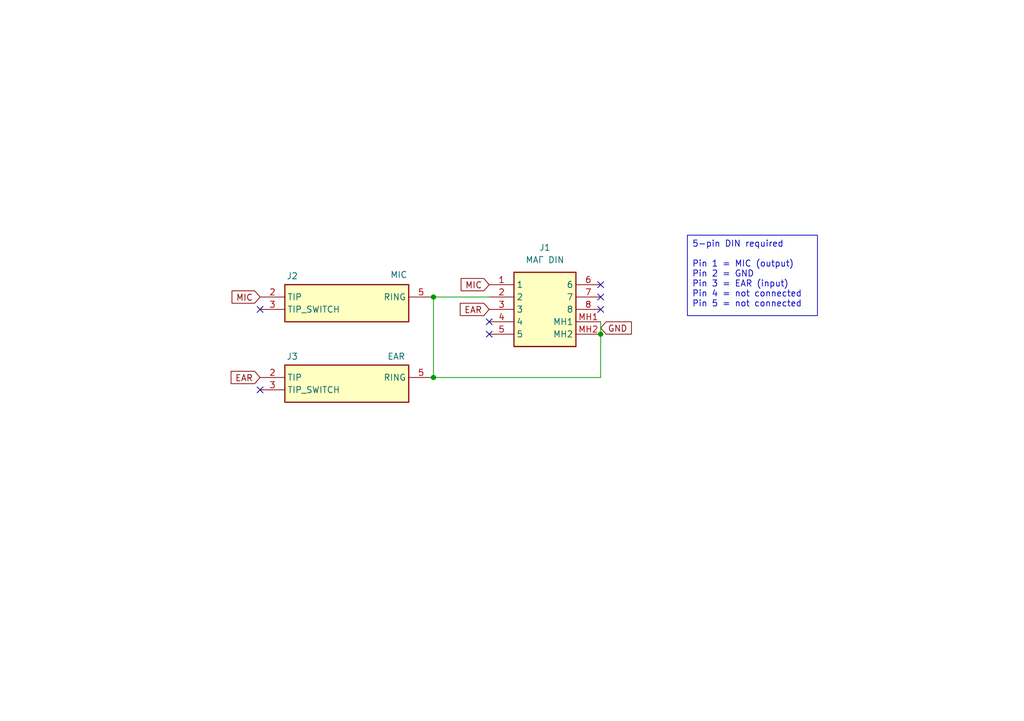
<source format=kicad_sch>
(kicad_sch (version 20250114) (generator "eeschema") (generator_version "9.0")
  (paper "A5")
  (title_block (title "Cassette to Audio Jack") (date "20/NOV/2025") (rev "A") (company "Brett Hallen") (comment 1 "www.youtube.com/@Brfff"))
  (lib_symbols
    (symbol "Clueless_Engineer:671-0801"
      (property "Reference" "J" (at 19.05 7.62 0))
      (property "Value" "671-0801" (at 19.05 5.08 0))
      (symbol "671-0801_1_1"
        (rectangle (start 5.08 2.54) (end 17.78 -12.7) (stroke (width 0.254)) (fill (type background)))
        (pin passive line (at 0 0 0) (length 5.08) (name "1") (number "1"))
        (pin passive line (at 0 -2.54 0) (length 5.08) (name "2") (number "2"))
        (pin passive line (at 0 -5.08 0) (length 5.08) (name "3") (number "3"))
        (pin passive line (at 0 -7.62 0) (length 5.08) (name "4") (number "4"))
        (pin passive line (at 0 -10.16 0) (length 5.08) (name "5") (number "5"))
        (pin passive line (at 22.86 0 180) (length 5.08) (name "6") (number "6"))
        (pin passive line (at 22.86 -2.54 180) (length 5.08) (name "7") (number "7"))
        (pin passive line (at 22.86 -5.08 180) (length 5.08) (name "8") (number "8"))
        (pin passive line (at 22.86 -7.62 180) (length 5.08) (name "MH1") (number "MH1"))
        (pin passive line (at 22.86 -10.16 180) (length 5.08) (name "MH2") (number "MH2"))
      )
    )
    (symbol "Clueless_Engineer:SJ3-350820B-TR"
      (property "Reference" "J" (at 31.75 7.62 0))
      (property "Value" "SJ3-350820B-TR" (at 31.75 5.08 0))
      (symbol "SJ3-350820B-TR_1_1"
        (rectangle (start 5.08 2.54) (end 30.48 -5.08) (stroke (width 0.254)) (fill (type background)))
        (pin passive line (at 0 0 0) (length 5.08) (name "TIP") (number "2"))
        (pin passive line (at 0 -2.54 0) (length 5.08) (name "TIP_SWITCH") (number "3"))
        (pin passive line (at 35.56 0 180) (length 5.08) (name "RING") (number "5"))
      )
    )
  )
  (text_box "5-pin DIN required\n\nPin 1 = MIC (output)\nPin 2 = GND\nPin 3 = EAR (input)\nPin 4 = not connected\nPin 5 = not connected" (at 140.97 48.26 0) (size 26.67 16.51) (margins 0.9525 0.9525 0.9525 0.9525) (effects (font (size 1.27 1.27)) (justify left top)))
  (junction (at 88.9 60.96))
  (junction (at 123.19 68.58))
  (junction (at 88.9 77.47))
  (no_connect (at 53.34 63.5))
  (no_connect (at 100.33 68.58))
  (no_connect (at 123.19 63.5))
  (no_connect (at 53.34 80.01))
  (no_connect (at 100.33 66.04))
  (no_connect (at 123.19 58.42))
  (no_connect (at 123.19 60.96))
  (wire (pts (xy 88.9 60.96) (xy 88.9 77.47)))
  (wire (pts (xy 88.9 60.96) (xy 100.33 60.96)))
  (wire (pts (xy 123.19 66.04) (xy 123.19 68.58)))
  (wire (pts (xy 88.9 77.47) (xy 123.19 77.47)))
  (wire (pts (xy 123.19 77.47) (xy 123.19 68.58)))
  (global_label "EAR" (shape input) (at 100.33 63.5 180) (property "Intersheetrefs" "${INTERSHEET_REFS}" (effects (hide yes))))
  (global_label "MIC" (shape input) (at 53.34 60.96 180) (property "Intersheetrefs" "${INTERSHEET_REFS}" (effects (hide yes))))
  (global_label "EAR" (shape input) (at 53.34 77.47 180) (property "Intersheetrefs" "${INTERSHEET_REFS}" (effects (hide yes))))
  (global_label "MIC" (shape input) (at 100.33 58.42 180) (property "Intersheetrefs" "${INTERSHEET_REFS}" (effects (hide yes))))
  (global_label "GND" (shape input) (at 123.19 67.31 0) (property "Intersheetrefs" "${INTERSHEET_REFS}" (effects (hide yes))))
  (symbol (lib_id "Clueless_Engineer:SJ3-350820B-TR") (at 53.34 60.96 0) (unit 1)
    (property "Reference" "J2" (at 59.944 56.642 0))
    (property "Value" "MIC" (at 81.788 56.388 0))
    (property "Footprint" "Clueless_Engineer:SJ3350820BTR" (effects (hide yes)))
    (property "Datasheet" "https://www.sameskydevices.com/product/resource/supplyframepdf/sj3-3508x.pdf" (effects (hide yes)))
    (property "Description" "3.5 mm Stereo Jack, Through Hole, 2 Conductors, 1 Internal Switches,  Tape & Reel Packaging" (effects (hide yes)))
    (property "Height" "5.3" (effects (hide yes)))
    (property "Mouser Part Number" "179-SJ3-350820B-TR" (effects (hide yes)))
    (property "Mouser Price/Stock" "https://www.mouser.co.uk/ProductDetail/Same-Sky/SJ3-350820B-TR?qs=IKkN%2F947nfBCsohFK16iQg%3D%3D" (effects (hide yes)))
    (property "Manufacturer_Name" "Same Sky" (effects (hide yes)))
    (property "Manufacturer_Part_Number" "SJ3-350820B-TR" (effects (hide yes)))
  )
  (symbol (lib_id "Clueless_Engineer:671-0801") (at 100.33 58.42 0) (unit 1)
    (property "Reference" "J1" (at 111.76 50.8 0))
    (property "Value" "МАГ DIN" (at 111.76 53.34 0))
    (property "Footprint" "Clueless_Engineer:6710801" (effects (hide yes)))
    (property "Datasheet" "https://www.mouser.co.uk/datasheet/2/458/deltron-671-0401-4-way-din-socket-data-1859903.pdf" (effects (hide yes)))
    (property "Description" "Deltron 8 Pole Right Angle Din Socket Socket, 2A, 100 V ac, Lockable" (effects (hide yes)))
    (property "Height" "19.5" (effects (hide yes)))
    (property "Manufacturer_Name" "DELTRON COMPONENTS" (effects (hide yes)))
    (property "Manufacturer_Part_Number" "671-0801" (effects (hide yes)))
  )
  (symbol (lib_id "Clueless_Engineer:SJ3-350820B-TR") (at 53.34 77.47 0) (unit 1)
    (property "Reference" "J3" (at 59.944 73.152 0))
    (property "Value" "EAR" (at 81.28 73.152 0))
    (property "Footprint" "Clueless_Engineer:SJ3350820BTR" (effects (hide yes)))
    (property "Datasheet" "https://www.sameskydevices.com/product/resource/supplyframepdf/sj3-3508x.pdf" (effects (hide yes)))
    (property "Description" "3.5 mm Stereo Jack, Through Hole, 2 Conductors, 1 Internal Switches,  Tape & Reel Packaging" (effects (hide yes)))
    (property "Height" "5.3" (effects (hide yes)))
    (property "Mouser Part Number" "179-SJ3-350820B-TR" (effects (hide yes)))
    (property "Mouser Price/Stock" "https://www.mouser.co.uk/ProductDetail/Same-Sky/SJ3-350820B-TR?qs=IKkN%2F947nfBCsohFK16iQg%3D%3D" (effects (hide yes)))
    (property "Manufacturer_Name" "Same Sky" (effects (hide yes)))
    (property "Manufacturer_Part_Number" "SJ3-350820B-TR" (effects (hide yes)))
  )
)
</source>
